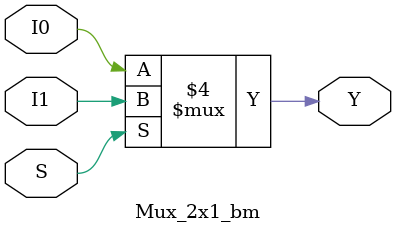
<source format=v>
`timescale 1ns / 1ps


module Mux_2x1_bm(I0,I1,S,Y);
input I0,I1,S;
output reg Y;
always@(I0,I1,S)
  begin
    if(S==0)
    Y=I0;
    else 
    Y=I1;
  end
endmodule

</source>
